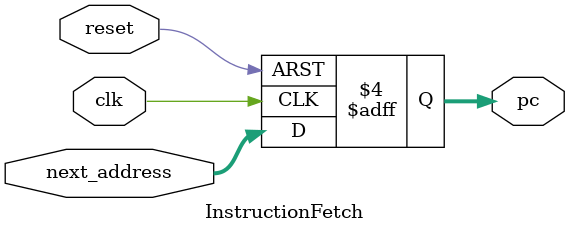
<source format=v>
module PipelinedProcessor (
    input clk,
    input reset,
    output [31:0] result,
    output [31:0] instruction
);
    // Pipeline registers between stages
    reg [31:0] IF_ID_instruction, IF_ID_pc;
    reg [31:0] ID_EX_reg1, ID_EX_reg2, ID_EX_immediate, ID_EX_pc;
    reg [2:0]  ID_EX_alu_op;
    reg        ID_EX_use_immediate, ID_EX_write_enable;
    reg [4:0]  ID_EX_write_addr;

    reg [31:0] EX_MEM_alu_result, EX_MEM_reg2;
    reg        EX_MEM_write_enable;
    reg [4:0]  EX_MEM_write_addr;

    reg [31:0] MEM_WB_result;
    reg        MEM_WB_write_enable;
    reg [4:0]  MEM_WB_write_addr;

    // IF Stage: Fetch Instruction
    wire [31:0] pc, next_pc, fetched_instruction;
    reg [31:0] pc_reg;
    assign next_pc = (reset) ? 0 : pc_reg + 4;
    assign pc = pc_reg;

    always @(posedge clk or posedge reset) begin
        if (reset)
            pc_reg <= 0;
        else
            pc_reg <= next_pc;
    end

    Memory instruction_memory (
        .pc(pc),
        .instruction(fetched_instruction)
    );

    always @(posedge clk) begin
        IF_ID_instruction <= fetched_instruction;
        IF_ID_pc <= pc;
    end

    // ID Stage: Decode Instruction
    wire [31:0] reg_out1, reg_out2;
    wire [31:0] immediate_value;
    wire [2:0] alu_op;
    wire use_immediate, write_enable;
    wire [4:0] read_addr1, read_addr2, write_addr;

    assign alu_op = IF_ID_instruction[31:29];
    assign use_immediate = IF_ID_instruction[28];
    assign write_enable = (alu_op != 3'b110 && alu_op != 3'b111);
    assign immediate_value = {{15{IF_ID_instruction[17]}}, IF_ID_instruction[17:0]};
    assign read_addr1 = IF_ID_instruction[22:18];
    assign read_addr2 = IF_ID_instruction[17:13];
    assign write_addr = IF_ID_instruction[27:23];

    RegisterFile reg_file (
        .clk(clk),
        .write_addr(MEM_WB_write_addr),
        .write_data(MEM_WB_result),
        .write_enable(MEM_WB_write_enable),
        .read_addr1(read_addr1),
        .read_addr2(read_addr2),
        .read_data1(reg_out1),
        .read_data2(reg_out2)
    );

    always @(posedge clk) begin
        ID_EX_reg1 <= reg_out1;
        ID_EX_reg2 <= reg_out2;
        ID_EX_immediate <= immediate_value;
        ID_EX_alu_op <= alu_op;
        ID_EX_use_immediate <= use_immediate;
        ID_EX_write_enable <= write_enable;
        ID_EX_write_addr <= write_addr;
        ID_EX_pc <= IF_ID_pc;
    end

    // EX Stage: ALU Operations
    wire [31:0] alu_result, alu_operand2;

    assign alu_operand2 = ID_EX_use_immediate ? ID_EX_immediate : ID_EX_reg2;

    ALU alu (
        .A(ID_EX_reg1),
        .B(alu_operand2),
        .ALUOp({ID_EX_alu_op, ID_EX_use_immediate}),
        .Result(alu_result)
    );

    always @(posedge clk) begin
        EX_MEM_alu_result <= alu_result;
        EX_MEM_reg2 <= ID_EX_reg2;
        EX_MEM_write_enable <= ID_EX_write_enable;
        EX_MEM_write_addr <= ID_EX_write_addr;
    end

    // MEM Stage: Memory Access
    always @(posedge clk) begin
        MEM_WB_result <= EX_MEM_alu_result; // No memory instructions in this pipeline
        MEM_WB_write_enable <= EX_MEM_write_enable;
        MEM_WB_write_addr <= EX_MEM_write_addr;
    end

    // WB Stage: Write Back
    assign result = MEM_WB_result;

    // Output the current instruction for debugging
    assign instruction = IF_ID_instruction;

endmodule


module TwosComplement (
    input [31:0] A,          // Input number
    output [31:0] result     // 2's complement result
);
    assign result = ~A + 1;  // Invert the bits and add 1
endmodule


module ALU (
    input [31:0] A,          
    input [31:0] B,          
    input [3:0] ALUOp,       
    output reg [31:0] Result,
    output reg Zero          
);
    wire [31:0] sum;		// 32-bit sum from ripple carry adder
    wire [31:0] sub;
    wire carry_out;          // Final carry-out from ripple carry adder
    wire [63:0] product;     // 64-bit product from Booth's multiplier
    wire [31:0] sub_result;  // Result of the subtraction for ALU

    // Instantiate the Ripple Carry Adder
    RippleCarryAdder rca (
        .A(A), 
        .B(B), 
        .Cin(0),         // No carry-in for initial addition
        .Sum(sum), 
        .Cout(carry_out)
    );

    // Instantiate the Booth's Multiplier
    BoothsMultiplier multiplier (
        .A(A), 
        .B(B), 
        .Product(product)
    );

    TwosComplement twos_complement (
        .A(B), 
        .result(sub_result)
    );

    RippleCarryAdder rba (
        .A(A), 
        .B(sub_result), 
        .Cin(0),         // No carry-in for initial addition
        .Sum(sub), 
        .Cout(carry_out)
    );

    always @(*) begin
        case (ALUOp)
            4'b0000: Result = sum;
            4'b0001: Result = sum;
            4'b0010: Result = sub;
            4'b0011: Result = sub;
            4'b0100: Result = A & B;
            4'b0101: Result = A & B;
          	4'b0111: Result = A | B;
          	4'b0110: Result = A | B;
            4'b1000: Result = product[31:0];
            4'b1011: Result = B;
            default: Result = 0;
        endcase
        Zero = (Result == 0);       
    end
endmodule

module BoothsMultiplier (
    input [31:0] A,               // Multiplicand (input operand)
    input [31:0] B,               // Multiplier (input operand)
    output reg [63:0] Product     // 64-bit Product (output)
);
    reg [63:0] accumulator;       // 64-bit accumulator and result register
    reg [32:0] booth_reg;         // 33-bit register to store B and an additional bit
    reg [31:0] multiplicand;      // Holds the value of A (multiplicand)
    integer i;

    always @(*) begin
        // Initialize registers
        accumulator = 64'b0;         // Accumulator starts at zero
        multiplicand = A;            // Load multiplicand
        booth_reg = {B, 1'b0};       // Concatenate B and extra 0 bit for Booth's check

        // Booth's Algorithm Loop (32 iterations for 32-bit multiplication)
        for (i = 0; i < 32; i = i + 1) begin
            case (booth_reg[1:0])
                2'b01: accumulator = accumulator + {multiplicand, 32'b0};  // Add multiplicand for '01'
                2'b10: accumulator = accumulator - {multiplicand, 32'b0};  // Subtract multiplicand for '10'
                default: ; // No operation for 00 or 11
            endcase

            // Arithmetic right shift of {accumulator, booth_reg} to propagate sign
            {accumulator, booth_reg} = {accumulator, booth_reg} >>> 1;
        end

        // Assign the final product
        Product = accumulator;
    end
endmodule



module RippleCarryAdder (
    input [31:0] A,           // First 32-bit input
    input [31:0] B,           // Second 32-bit input
    input Cin,                // Carry input
    output [31:0] Sum,        // 32-bit sum output
    output Cout               // Carry output
);

    wire [31:0] carry;  // Carry bits for each bit position
    wire [31:0] sum_internal; // Internal sum for each bit

    // First bit (Least significant bit) addition
    full_adder FA0 (
        .A(A[0]), 
        .B(B[0]), 
        .Cin(Cin), 
        .Sum(Sum[0]), 
        .Cout(carry[0])
    );

    // Generate the rest of the full adders using a for loop
    genvar i;
    generate
        for (i = 1; i < 32; i = i + 1) begin : adder_gen
            full_adder FA (
                .A(A[i]), 
                .B(B[i]), 
                .Cin(carry[i-1]), 
                .Sum(Sum[i]), 
                .Cout(carry[i])
            );
        end
    endgenerate

    // The final carry output is the carry from the most significant bit
    assign Cout = carry[31];

endmodule

module full_adder (
    input A,          // Single bit input A
    input B,          // Single bit input B
    input Cin,        // Carry input
    output Sum,       // Sum output
    output Cout       // Carry output
);

    assign Sum = A ^ B ^ Cin;    // Sum is the XOR of A, B, and Cin
    assign Cout = (A & B) | (Cin & (A ^ B));  // Carry is generated based on the bits' combinations

endmodule

module Memory (
    input [31:0] pc,
    output reg [31:0] instruction
);
  reg [31:0] memory [0:255];  // Memory with 256 locations

    initial begin
       // Sample instructions for different ALU operations and jumps
        memory[0]  = {3'b000, 1'b0, 5'b00001, 5'b00010, 5'b00011, 13'b0};      // ADD r1, r2, r3
      	memory[1]  = {3'b000, 1'b1, 5'b00001, 5'b00010, 18'b0000000000000111};  // ADD r1, r2, #7  (immediate)
        memory[2]  = {3'b001, 1'b0, 5'b00100, 5'b00010, 5'b00011, 13'b0};      // SUB r4, r2, r3
        memory[3]  = {3'b001, 1'b1, 5'b00100, 5'b00010, 18'b0000000000000010};  // SUB r4, r2, #2 (immediate)
        memory[4]  = {3'b010, 1'b0, 5'b00101, 5'b00010, 5'b00011, 13'b0};      // AND r5, r2, r3
        memory[5]  = {3'b011, 1'b0, 5'b00110, 5'b00010, 5'b00011, 13'b0};      // OR r6, r2, r3
        memory[6]  = {3'b100, 1'b0, 5'b00111, 5'b00010, 5'b00011, 13'b0};      //  MUL r7, r2, r3
        memory[7]  = {3'b101, 1'b1, 5'b01000, 5'b00000, 18'b0000000000100010};  // MOV r8, #34 (immediate)
      	memory[8]  = {3'b000, 1'b0, 5'b00101, 5'b00100, 5'b00010, 13'b0};       // ADD r5, r4, r2
      	memory[9]  = {3'b000, 1'b1, 5'b00101, 5'b00001, 18'b0000000000001001};  // ADD r5, r1, #9 (immediate)
      	memory[10] = {3'b001, 1'b0, 5'b00110, 5'b00111, 5'b00000, 13'b0};       // SUB r6, r7, r1
      	memory[11] = {3'b001, 1'b1, 5'b00110, 5'b00010, 18'b0000000000000001};  // SUB r6, r2, #1 (immediate)
      	memory[12] = {3'b010, 1'b0, 5'b01000, 5'b00101, 5'b00011, 13'b0};       // AND r8, r5, r3
      	memory[13] = {3'b011, 1'b0, 5'b01001, 5'b00010, 5'b00011, 13'b0};       // OR r9, r2, r3
      	memory[14] = {3'b100, 1'b0, 5'b01010, 5'b00010, 5'b00100, 13'b0};       // MUL r10, r2, r4
      	memory[15] = {3'b101, 1'b1, 5'b01011, 5'b00001, 18'b0000000000001010};  // MOV r11, #10 (immediate)
    end
    always @(pc) begin
        instruction <= memory[pc >> 2];  // Fetch instruction, considering word-aligned addressing
    end
endmodule


module RegisterFile (
    input clk,
    input [4:0] write_addr,
    input [31:0] write_data,
    input write_enable,
    input [4:0] read_addr1,
    input [4:0] read_addr2,
    output reg [31:0] read_data1,
    output reg [31:0] read_data2
);
    reg [31:0] registers [0:31];  // 32 registers

    initial begin
        integer i;
        for (i = 0; i < 32; i = i + 1) begin
          registers[i] = 32'b101;  // Initialize registers
        end
    end

    always @(posedge clk) begin
        if (write_enable)
            registers[write_addr] <= write_data;  // Write data to register if enabled
    end

    always @(*) begin
        read_data1 = registers[read_addr1];  // Read from register file
        read_data2 = registers[read_addr2];
    end
endmodule


module InstructionFetch (
    input clk,
    input reset,
    input [31:0] next_address,
    output reg [31:0] pc
);
    always @(posedge clk or posedge reset) begin
        if (reset)
            pc <= 0;  // Reset PC to 0
        else
            pc <= next_address;  // Update PC with next address
    end
endmodule
</source>
